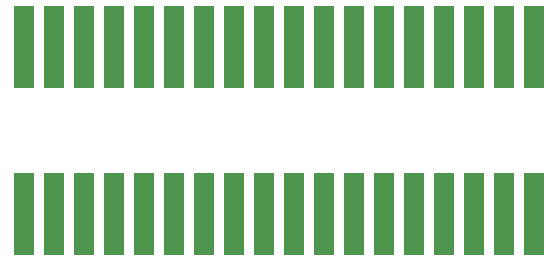
<source format=gbr>
G04 EAGLE Gerber RS-274X export*
G75*
%MOMM*%
%FSLAX34Y34*%
%LPD*%
%INSolderpaste Bottom*%
%IPPOS*%
%AMOC8*
5,1,8,0,0,1.08239X$1,22.5*%
G01*
%ADD10R,1.778000X6.985000*%


D10*
X24130Y176530D03*
X49530Y176530D03*
X74930Y176530D03*
X100330Y176530D03*
X125730Y176530D03*
X151130Y176530D03*
X176530Y176530D03*
X201930Y176530D03*
X227330Y176530D03*
X252730Y176530D03*
X278130Y176530D03*
X303530Y176530D03*
X328930Y176530D03*
X354330Y176530D03*
X379730Y176530D03*
X405130Y176530D03*
X430530Y176530D03*
X455930Y176530D03*
X455930Y35560D03*
X430530Y35560D03*
X405130Y35560D03*
X379730Y35560D03*
X354330Y35560D03*
X328930Y35560D03*
X303530Y35560D03*
X278130Y35560D03*
X252730Y35560D03*
X227330Y35560D03*
X201930Y35560D03*
X176530Y35560D03*
X151130Y35560D03*
X125730Y35560D03*
X100330Y35560D03*
X74930Y35560D03*
X49530Y35560D03*
X24130Y35560D03*
M02*

</source>
